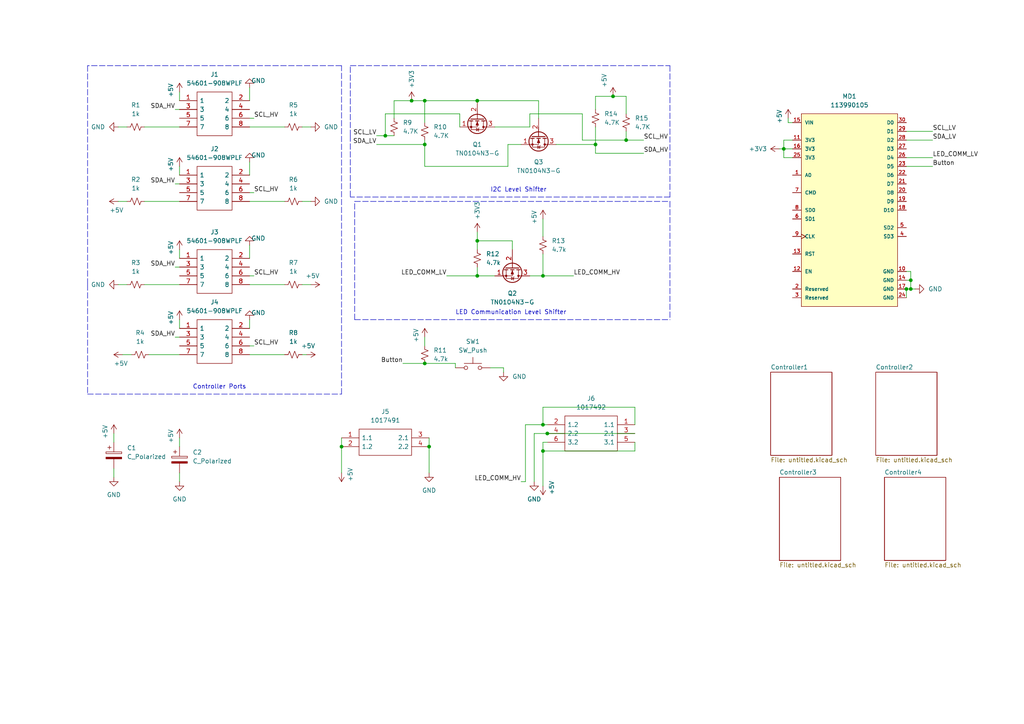
<source format=kicad_sch>
(kicad_sch (version 20211123) (generator eeschema)
  (paper "A4")
  (lib_symbols
    (symbol "1017491:1017491" (pin_names (offset 0.762))
      (property "Reference" "J" (at 21.59 7.62 0))
      (property "Value" "1017491" (at 21.59 5.08 0))
      (symbol "1017491_0_0"
        (pin passive line (at 0 0 0) (length 5.08) (name "1.1") (number "1"))
        (pin passive line (at 0 -2.54 0) (length 5.08) (name "1.2") (number "2"))
        (pin passive line (at 25.4 0 180) (length 5.08) (name "2.1") (number "3"))
        (pin passive line (at 25.4 -2.54 180) (length 5.08) (name "2.2") (number "4"))
      )
      (symbol "1017491_0_1"
        (polyline (pts (xy 5.08 2.54) (xy 20.32 2.54) (xy 20.32 -5.08) (xy 5.08 -5.08) (xy 5.08 2.54)) (stroke (width 0.1524)))
      )
    )
    (symbol "1017492:1017492" (pin_names (offset 0.762))
      (property "Reference" "J" (at 21.59 7.62 0))
      (property "Value" "1017492" (at 21.59 5.08 0))
      (symbol "1017492_0_0"
        (pin passive line (at 25.4 0 180) (length 5.08) (name "1.1") (number "1"))
        (pin passive line (at 0 0 0) (length 5.08) (name "1.2") (number "2"))
        (pin passive line (at 25.4 -2.54 180) (length 5.08) (name "2.1") (number "3"))
        (pin passive line (at 0 -2.54 0) (length 5.08) (name "2.2") (number "4"))
        (pin passive line (at 25.4 -5.08 180) (length 5.08) (name "3.1") (number "5"))
        (pin passive line (at 0 -5.08 0) (length 5.08) (name "3.2") (number "6"))
      )
      (symbol "1017492_0_1"
        (polyline (pts (xy 5.08 2.54) (xy 20.32 2.54) (xy 20.32 -7.62) (xy 5.08 -7.62) (xy 5.08 2.54)) (stroke (width 0.1524)))
      )
    )
    (symbol "54601-908WPLF:54601-908WPLF" (pin_names (offset 0.762))
      (property "Reference" "J" (at 16.51 7.62 0))
      (property "Value" "54601-908WPLF" (at 16.51 5.08 0))
      (symbol "54601-908WPLF_0_0"
        (pin passive line (at 0 0 0) (length 5.08) (name "1") (number "1"))
        (pin passive line (at 20.32 0 180) (length 5.08) (name "2") (number "2"))
        (pin passive line (at 0 -2.54 0) (length 5.08) (name "3") (number "3"))
        (pin passive line (at 20.32 -2.54 180) (length 5.08) (name "4") (number "4"))
        (pin passive line (at 0 -5.08 0) (length 5.08) (name "5") (number "5"))
        (pin passive line (at 20.32 -5.08 180) (length 5.08) (name "6") (number "6"))
        (pin passive line (at 0 -7.62 0) (length 5.08) (name "7") (number "7"))
        (pin passive line (at 20.32 -7.62 180) (length 5.08) (name "8") (number "8"))
      )
      (symbol "54601-908WPLF_0_1"
        (polyline (pts (xy 5.08 2.54) (xy 15.24 2.54) (xy 15.24 -10.16) (xy 5.08 -10.16) (xy 5.08 2.54)) (stroke (width 0.1524)))
      )
    )
    (symbol "Device:C_Polarized" (pin_numbers hide) (pin_names (offset 0.254))
      (property "Reference" "C" (at 0.635 2.54 0))
      (property "Value" "C_Polarized" (at 0.635 -2.54 0))
      (symbol "C_Polarized_0_1"
        (rectangle (start -2.286 0.508) (end 2.286 1.016))
        (polyline (pts (xy -1.778 2.286) (xy -0.762 2.286)))
        (polyline (pts (xy -1.27 2.794) (xy -1.27 1.778)))
        (rectangle (start 2.286 -0.508) (end -2.286 -1.016) (fill (type outline)))
      )
      (symbol "C_Polarized_1_1"
        (pin passive line (at 0 3.81 270) (length 2.794) (name "~") (number "1"))
        (pin passive line (at 0 -3.81 90) (length 2.794) (name "~") (number "2"))
      )
    )
    (symbol "Device:Q_NMOS_SGD" (pin_names (offset 0) hide)
      (property "Reference" "Q" (at 5.08 1.27 0))
      (property "Value" "Q_NMOS_SGD" (at 5.08 -1.27 0))
      (symbol "Q_NMOS_SGD_0_1"
        (polyline (pts (xy 0.254 0) (xy -2.54 0)))
        (polyline (pts (xy 0.254 1.905) (xy 0.254 -1.905)) (stroke (width 0.254)))
        (polyline (pts (xy 0.762 -1.27) (xy 0.762 -2.286)) (stroke (width 0.254)))
        (polyline (pts (xy 0.762 0.508) (xy 0.762 -0.508)) (stroke (width 0.254)))
        (polyline (pts (xy 0.762 2.286) (xy 0.762 1.27)) (stroke (width 0.254)))
        (polyline (pts (xy 2.54 2.54) (xy 2.54 1.778)))
        (polyline (pts (xy 2.54 -2.54) (xy 2.54 0) (xy 0.762 0)))
        (polyline (pts (xy 0.762 -1.778) (xy 3.302 -1.778) (xy 3.302 1.778) (xy 0.762 1.778)))
        (polyline (pts (xy 1.016 0) (xy 2.032 0.381) (xy 2.032 -0.381) (xy 1.016 0)) (fill (type outline)))
        (polyline (pts (xy 2.794 0.508) (xy 2.921 0.381) (xy 3.683 0.381) (xy 3.81 0.254)))
        (polyline (pts (xy 3.302 0.381) (xy 2.921 -0.254) (xy 3.683 -0.254) (xy 3.302 0.381)))
        (circle (center 1.651 0) (radius 2.794) (stroke (width 0.254)))
        (circle (center 2.54 -1.778) (radius 0.254) (fill (type outline)))
        (circle (center 2.54 1.778) (radius 0.254) (fill (type outline)))
      )
      (symbol "Q_NMOS_SGD_1_1"
        (pin passive line (at 2.54 -5.08 90) (length 2.54) (name "S") (number "1"))
        (pin input line (at -5.08 0 0) (length 5.08) (name "G") (number "2"))
        (pin passive line (at 2.54 5.08 270) (length 2.54) (name "D") (number "3"))
      )
    )
    (symbol "Device:R_Small_US" (pin_numbers hide) (pin_names (offset 0.254) hide)
      (property "Reference" "R" (at 0.762 0.508 0))
      (property "Value" "R_Small_US" (at 0.762 -1.016 0))
      (symbol "R_Small_US_1_1"
        (polyline (pts (xy 0 0) (xy 1.016 -0.381) (xy 0 -0.762) (xy -1.016 -1.143) (xy 0 -1.524)))
        (polyline (pts (xy 0 1.524) (xy 1.016 1.143) (xy 0 0.762) (xy -1.016 0.381) (xy 0 0)))
        (pin passive line (at 0 2.54 270) (length 1.016) (name "~") (number "1"))
        (pin passive line (at 0 -2.54 90) (length 1.016) (name "~") (number "2"))
      )
    )
    (symbol "NodeMCU:113990105" (pin_names (offset 1.016))
      (property "Reference" "MD" (at 0 5.08 0))
      (property "Value" "113990105" (at 0 7.62 0))
      (symbol "113990105_1_1"
        (rectangle (start 5.08 2.54) (end 33.02 -53.34) (fill (type background)))
        (pin input line (at 2.54 -15.24 0) (length 2.54) (name "A0") (number "1"))
        (pin power_in line (at 35.56 -43.18 180) (length 2.54) (name "GND") (number "10"))
        (pin power_in line (at 2.54 -5.08 0) (length 2.54) (name "3V3") (number "11"))
        (pin input line (at 2.54 -43.18 0) (length 2.54) (name "EN") (number "12"))
        (pin input line (at 2.54 -38.1 0) (length 2.54) (name "RST") (number "13"))
        (pin power_in line (at 35.56 -45.72 180) (length 2.54) (name "GND") (number "14"))
        (pin power_in line (at 2.54 0 0) (length 2.54) (name "VIN") (number "15"))
        (pin power_in line (at 2.54 -7.62 0) (length 2.54) (name "3V3") (number "16"))
        (pin power_in line (at 35.56 -48.26 180) (length 2.54) (name "GND") (number "17"))
        (pin bidirectional line (at 35.56 -25.4 180) (length 2.54) (name "D10") (number "18"))
        (pin bidirectional line (at 35.56 -22.86 180) (length 2.54) (name "D9") (number "19"))
        (pin passive line (at 2.54 -48.26 0) (length 2.54) (name "Reserved") (number "2"))
        (pin bidirectional line (at 35.56 -20.32 180) (length 2.54) (name "D8") (number "20"))
        (pin bidirectional line (at 35.56 -17.78 180) (length 2.54) (name "D7") (number "21"))
        (pin bidirectional line (at 35.56 -15.24 180) (length 2.54) (name "D6") (number "22"))
        (pin bidirectional line (at 35.56 -12.7 180) (length 2.54) (name "D5") (number "23"))
        (pin power_in line (at 35.56 -50.8 180) (length 2.54) (name "GND") (number "24"))
        (pin power_in line (at 2.54 -10.16 0) (length 2.54) (name "3V3") (number "25"))
        (pin bidirectional line (at 35.56 -10.16 180) (length 2.54) (name "D4") (number "26"))
        (pin bidirectional line (at 35.56 -7.62 180) (length 2.54) (name "D3") (number "27"))
        (pin bidirectional line (at 35.56 -5.08 180) (length 2.54) (name "D2") (number "28"))
        (pin bidirectional line (at 35.56 -2.54 180) (length 2.54) (name "D1") (number "29"))
        (pin passive line (at 2.54 -50.8 0) (length 2.54) (name "Reserved") (number "3"))
        (pin bidirectional line (at 35.56 0 180) (length 2.54) (name "D0") (number "30"))
        (pin bidirectional line (at 35.56 -33.02 180) (length 2.54) (name "SD3") (number "4"))
        (pin bidirectional line (at 35.56 -30.48 180) (length 2.54) (name "SD2") (number "5"))
        (pin bidirectional line (at 2.54 -27.94 0) (length 2.54) (name "SD1") (number "6"))
        (pin input line (at 2.54 -20.32 0) (length 2.54) (name "CMD") (number "7"))
        (pin bidirectional line (at 2.54 -25.4 0) (length 2.54) (name "SD0") (number "8"))
        (pin input clock (at 2.54 -33.02 0) (length 2.54) (name "CLK") (number "9"))
      )
    )
    (symbol "Switch:SW_Push" (pin_numbers hide) (pin_names (offset 1.016) hide)
      (property "Reference" "SW" (at 1.27 2.54 0))
      (property "Value" "SW_Push" (at 0 -1.524 0))
      (symbol "SW_Push_0_1"
        (circle (center -2.032 0) (radius 0.508))
        (polyline (pts (xy 0 1.27) (xy 0 3.048)))
        (polyline (pts (xy 2.54 1.27) (xy -2.54 1.27)))
        (circle (center 2.032 0) (radius 0.508))
        (pin passive line (at -5.08 0 0) (length 2.54) (name "1") (number "1"))
        (pin passive line (at 5.08 0 180) (length 2.54) (name "2") (number "2"))
      )
    )
    (symbol "power:+3V3" (power) (pin_names (offset 0))
      (property "Value" "+3V3" (at 0 3.556 0))
      (symbol "+3V3_0_1"
        (polyline (pts (xy -0.762 1.27) (xy 0 2.54)))
        (polyline (pts (xy 0 0) (xy 0 2.54)))
        (polyline (pts (xy 0 2.54) (xy 0.762 1.27)))
      )
      (symbol "+3V3_1_1"
        (pin power_in line (at 0 0 90) (length 0) hide (name "+3V3") (number "1"))
      )
    )
    (symbol "power:+5V" (power) (pin_names (offset 0))
      (property "Value" "+5V" (at 0 3.556 0))
      (symbol "+5V_0_1"
        (polyline (pts (xy -0.762 1.27) (xy 0 2.54)))
        (polyline (pts (xy 0 0) (xy 0 2.54)))
        (polyline (pts (xy 0 2.54) (xy 0.762 1.27)))
      )
      (symbol "+5V_1_1"
        (pin power_in line (at 0 0 90) (length 0) hide (name "+5V") (number "1"))
      )
    )
    (symbol "power:GND" (power) (pin_names (offset 0))
      (property "Value" "GND" (at 0 -3.81 0))
      (symbol "GND_0_1"
        (polyline (pts (xy 0 0) (xy 0 -1.27) (xy 1.27 -1.27) (xy 0 -2.54) (xy -1.27 -1.27) (xy 0 -1.27)))
      )
      (symbol "GND_1_1"
        (pin power_in line (at 0 0 270) (length 0) hide (name "GND") (number "1"))
      )
    )
  )
  (junction (at 99.06 129.54))
  (junction (at 157.48 80.01))
  (junction (at 181.61 40.64))
  (junction (at 262.89 83.82))
  (junction (at 157.48 130.81))
  (junction (at 138.43 69.85))
  (junction (at 124.46 129.54))
  (junction (at 227.33 43.18))
  (junction (at 123.19 29.21))
  (junction (at 138.43 80.01))
  (junction (at 123.19 41.91))
  (junction (at 138.43 29.21))
  (junction (at 123.19 105.41))
  (junction (at 119.38 29.21))
  (junction (at 157.48 123.19))
  (junction (at 172.72 41.91))
  (junction (at 264.16 81.28))
  (junction (at 111.76 39.37))
  (junction (at 158.75 125.73))
  (junction (at 177.8 27.94))
  (junction (at 264.16 83.82))
  (wire (pts (xy 262.89 78.74) (xy 264.16 78.74)))
  (wire (pts (xy 228.6 35.56) (xy 229.87 35.56)))
  (wire (pts (xy 123.19 105.41) (xy 132.08 105.41)))
  (wire (pts (xy 87.63 82.55) (xy 90.17 82.55)))
  (wire (pts (xy 157.48 130.81) (xy 157.48 140.97)))
  (wire (pts (xy 72.39 92.71) (xy 72.39 95.25)))
  (wire (pts (xy 158.75 128.27) (xy 157.48 128.27)))
  (wire (pts (xy 184.15 118.11) (xy 157.48 118.11)))
  (polyline (pts (xy 194.31 19.05) (xy 194.31 57.15)))
  (wire (pts (xy 111.76 33.02) (xy 111.76 39.37)))
  (wire (pts (xy 41.91 58.42) (xy 52.07 58.42)))
  (wire (pts (xy 229.87 45.72) (xy 227.33 45.72)))
  (wire (pts (xy 50.8 77.47) (xy 52.07 77.47)))
  (wire (pts (xy 35.56 102.87) (xy 38.1 102.87)))
  (wire (pts (xy 52.07 72.39) (xy 52.07 74.93)))
  (wire (pts (xy 157.48 63.5) (xy 157.48 68.58)))
  (wire (pts (xy 262.89 81.28) (xy 264.16 81.28)))
  (wire (pts (xy 172.72 36.83) (xy 172.72 41.91)))
  (polyline (pts (xy 194.31 57.15) (xy 101.6 57.15)))
  (wire (pts (xy 34.29 58.42) (xy 36.83 58.42)))
  (polyline (pts (xy 101.6 39.37) (xy 101.6 57.15)))
  (wire (pts (xy 172.72 27.94) (xy 177.8 27.94)))
  (wire (pts (xy 227.33 40.64) (xy 227.33 43.18)))
  (wire (pts (xy 33.02 135.89) (xy 33.02 138.43)))
  (wire (pts (xy 119.38 29.21) (xy 114.3 29.21)))
  (wire (pts (xy 154.94 125.73) (xy 154.94 139.7)))
  (wire (pts (xy 172.72 31.75) (xy 172.72 27.94)))
  (wire (pts (xy 41.91 82.55) (xy 52.07 82.55)))
  (wire (pts (xy 228.6 34.29) (xy 228.6 35.56)))
  (polyline (pts (xy 25.4 114.3) (xy 99.06 114.3)))
  (wire (pts (xy 123.19 35.56) (xy 123.19 29.21)))
  (wire (pts (xy 124.46 137.16) (xy 124.46 129.54)))
  (wire (pts (xy 157.48 73.66) (xy 157.48 80.01)))
  (wire (pts (xy 184.15 130.81) (xy 157.48 130.81)))
  (wire (pts (xy 133.35 33.02) (xy 133.35 36.83)))
  (wire (pts (xy 143.51 36.83) (xy 153.67 36.83)))
  (wire (pts (xy 52.07 48.26) (xy 52.07 50.8)))
  (polyline (pts (xy 101.6 19.05) (xy 194.31 19.05)))
  (wire (pts (xy 262.89 48.26) (xy 270.51 48.26)))
  (wire (pts (xy 157.48 80.01) (xy 166.37 80.01)))
  (wire (pts (xy 72.39 58.42) (xy 82.55 58.42)))
  (wire (pts (xy 123.19 97.79) (xy 123.19 100.33)))
  (wire (pts (xy 52.07 92.71) (xy 52.07 95.25)))
  (wire (pts (xy 151.13 139.7) (xy 152.4 139.7)))
  (wire (pts (xy 262.89 83.82) (xy 264.16 83.82)))
  (wire (pts (xy 99.06 137.16) (xy 99.06 129.54)))
  (wire (pts (xy 181.61 33.02) (xy 181.61 27.94)))
  (wire (pts (xy 157.48 80.01) (xy 153.67 80.01)))
  (wire (pts (xy 157.48 128.27) (xy 157.48 130.81)))
  (wire (pts (xy 148.59 69.85) (xy 138.43 69.85)))
  (wire (pts (xy 50.8 31.75) (xy 52.07 31.75)))
  (wire (pts (xy 264.16 78.74) (xy 264.16 81.28)))
  (wire (pts (xy 147.32 48.26) (xy 123.19 48.26)))
  (wire (pts (xy 33.02 125.73) (xy 33.02 128.27)))
  (wire (pts (xy 72.39 80.01) (xy 73.66 80.01)))
  (wire (pts (xy 172.72 41.91) (xy 172.72 44.45)))
  (wire (pts (xy 181.61 40.64) (xy 186.69 40.64)))
  (wire (pts (xy 109.22 39.37) (xy 111.76 39.37)))
  (wire (pts (xy 52.07 137.16) (xy 52.07 139.7)))
  (wire (pts (xy 262.89 83.82) (xy 262.89 86.36)))
  (wire (pts (xy 132.08 105.41) (xy 132.08 106.68)))
  (wire (pts (xy 133.35 33.02) (xy 111.76 33.02)))
  (wire (pts (xy 147.32 41.91) (xy 147.32 48.26)))
  (wire (pts (xy 161.29 41.91) (xy 172.72 41.91)))
  (wire (pts (xy 87.63 36.83) (xy 90.17 36.83)))
  (wire (pts (xy 181.61 38.1) (xy 181.61 40.64)))
  (wire (pts (xy 157.48 123.19) (xy 152.4 123.19)))
  (polyline (pts (xy 101.6 39.37) (xy 101.6 19.05)))
  (wire (pts (xy 158.75 125.73) (xy 184.15 125.73)))
  (wire (pts (xy 123.19 29.21) (xy 138.43 29.21)))
  (wire (pts (xy 72.39 34.29) (xy 73.66 34.29)))
  (wire (pts (xy 227.33 43.18) (xy 229.87 43.18)))
  (polyline (pts (xy 102.87 92.71) (xy 102.87 58.42)))
  (wire (pts (xy 142.24 106.68) (xy 146.05 106.68)))
  (wire (pts (xy 138.43 69.85) (xy 138.43 72.39)))
  (wire (pts (xy 72.39 25.4) (xy 72.39 29.21)))
  (wire (pts (xy 72.39 71.12) (xy 72.39 74.93)))
  (wire (pts (xy 72.39 82.55) (xy 82.55 82.55)))
  (polyline (pts (xy 25.4 82.55) (xy 25.4 114.3)))
  (wire (pts (xy 72.39 36.83) (xy 82.55 36.83)))
  (wire (pts (xy 72.39 55.88) (xy 73.66 55.88)))
  (wire (pts (xy 52.07 127) (xy 52.07 129.54)))
  (wire (pts (xy 264.16 83.82) (xy 265.43 83.82)))
  (wire (pts (xy 226.06 43.18) (xy 227.33 43.18)))
  (polyline (pts (xy 194.31 58.42) (xy 194.31 92.71)))
  (wire (pts (xy 262.89 38.1) (xy 270.51 38.1)))
  (wire (pts (xy 72.39 100.33) (xy 73.66 100.33)))
  (wire (pts (xy 146.05 106.68) (xy 146.05 107.95)))
  (wire (pts (xy 123.19 29.21) (xy 119.38 29.21)))
  (polyline (pts (xy 25.4 19.05) (xy 25.4 82.55)))
  (wire (pts (xy 153.67 36.83) (xy 153.67 33.02)))
  (wire (pts (xy 50.8 97.79) (xy 52.07 97.79)))
  (wire (pts (xy 168.91 33.02) (xy 168.91 40.64)))
  (wire (pts (xy 148.59 72.39) (xy 148.59 69.85)))
  (wire (pts (xy 262.89 40.64) (xy 270.51 40.64)))
  (wire (pts (xy 50.8 53.34) (xy 52.07 53.34)))
  (wire (pts (xy 138.43 77.47) (xy 138.43 80.01)))
  (wire (pts (xy 172.72 44.45) (xy 186.69 44.45)))
  (wire (pts (xy 157.48 118.11) (xy 157.48 123.19)))
  (wire (pts (xy 151.13 41.91) (xy 147.32 41.91)))
  (wire (pts (xy 123.19 41.91) (xy 123.19 40.64)))
  (wire (pts (xy 156.21 29.21) (xy 138.43 29.21)))
  (polyline (pts (xy 102.87 58.42) (xy 194.31 58.42)))
  (wire (pts (xy 87.63 102.87) (xy 88.9 102.87)))
  (wire (pts (xy 158.75 123.19) (xy 157.48 123.19)))
  (wire (pts (xy 114.3 29.21) (xy 114.3 34.29)))
  (wire (pts (xy 154.94 125.73) (xy 158.75 125.73)))
  (wire (pts (xy 229.87 40.64) (xy 227.33 40.64)))
  (wire (pts (xy 184.15 128.27) (xy 184.15 130.81)))
  (wire (pts (xy 262.89 45.72) (xy 270.51 45.72)))
  (wire (pts (xy 41.91 36.83) (xy 52.07 36.83)))
  (wire (pts (xy 123.19 48.26) (xy 123.19 41.91)))
  (wire (pts (xy 264.16 81.28) (xy 264.16 83.82)))
  (polyline (pts (xy 99.06 114.3) (xy 99.06 19.05)))
  (wire (pts (xy 156.21 34.29) (xy 156.21 29.21)))
  (polyline (pts (xy 99.06 19.05) (xy 25.4 19.05)))
  (wire (pts (xy 129.54 80.01) (xy 138.43 80.01)))
  (wire (pts (xy 34.29 36.83) (xy 36.83 36.83)))
  (wire (pts (xy 227.33 45.72) (xy 227.33 43.18)))
  (wire (pts (xy 153.67 33.02) (xy 168.91 33.02)))
  (wire (pts (xy 52.07 26.67) (xy 52.07 29.21)))
  (wire (pts (xy 87.63 58.42) (xy 90.17 58.42)))
  (wire (pts (xy 138.43 67.31) (xy 138.43 69.85)))
  (wire (pts (xy 99.06 127) (xy 99.06 129.54)))
  (wire (pts (xy 184.15 123.19) (xy 184.15 118.11)))
  (wire (pts (xy 43.18 102.87) (xy 52.07 102.87)))
  (wire (pts (xy 152.4 123.19) (xy 152.4 139.7)))
  (wire (pts (xy 72.39 46.99) (xy 72.39 50.8)))
  (wire (pts (xy 181.61 27.94) (xy 177.8 27.94)))
  (wire (pts (xy 138.43 80.01) (xy 143.51 80.01)))
  (wire (pts (xy 116.84 105.41) (xy 123.19 105.41)))
  (wire (pts (xy 109.22 41.91) (xy 123.19 41.91)))
  (polyline (pts (xy 102.87 92.71) (xy 194.31 92.71)))
  (wire (pts (xy 111.76 39.37) (xy 114.3 39.37)))
  (wire (pts (xy 168.91 40.64) (xy 181.61 40.64)))
  (wire (pts (xy 34.29 82.55) (xy 36.83 82.55)))
  (wire (pts (xy 124.46 127) (xy 124.46 129.54)))
  (wire (pts (xy 72.39 102.87) (xy 82.55 102.87)))
  (text "Controller Ports" (at 55.88 113.03 0) (effects (font (size 1.27 1.27)) (justify left bottom)))
  (text "LED Communication Level Shifter" (at 132.08 91.44 0) (effects (font (size 1.27 1.27)) (justify left bottom)))
  (text "I2C Level Shifter" (at 142.24 55.88 0) (effects (font (size 1.27 1.27)) (justify left bottom)))
  (label "SCL_HV" (at 73.66 100.33 0))
  (label "SCL_HV" (at 73.66 80.01 0))
  (label "SDA_HV" (at 50.8 77.47 180))
  (label "SDA_LV" (at 270.51 40.64 0))
  (label "SDA_LV" (at 109.22 41.91 180))
  (label "LED_COMM_HV" (at 166.37 80.01 0))
  (label "SCL_LV" (at 109.22 39.37 180))
  (label "SDA_HV" (at 186.69 44.45 0))
  (label "Button" (at 270.51 48.26 0))
  (label "SCL_HV" (at 73.66 34.29 0))
  (label "LED_COMM_LV" (at 270.51 45.72 0))
  (label "LED_COMM_LV" (at 129.54 80.01 180))
  (label "SCL_LV" (at 270.51 38.1 0))
  (label "LED_COMM_HV" (at 151.13 139.7 180))
  (label "SDA_HV" (at 50.8 53.34 180))
  (label "SDA_HV" (at 50.8 31.75 180))
  (label "Button" (at 116.84 105.41 180))
  (label "SCL_HV" (at 73.66 55.88 0))
  (label "SCL_HV" (at 186.69 40.64 0))
  (label "SDA_HV" (at 50.8 97.79 180))
  (symbol (lib_id "Device:R_Small_US") (at 85.09 36.83 90) (unit 1)
    (property "Reference" "R5" (at 85.09 30.48 90))
    (property "Value" "1k" (at 85.09 33.02 90))
    (property "Footprint" "Resistor_THT:R_Axial_DIN0204_L3.6mm_D1.6mm_P7.62mm_Horizontal" (effects hide))
  )
  (symbol (lib_id "Device:R_Small_US") (at 85.09 58.42 90) (unit 1)
    (property "Reference" "R6" (at 85.09 52.07 90))
    (property "Value" "1k" (at 85.09 54.61 90))
    (property "Footprint" "Resistor_THT:R_Axial_DIN0204_L3.6mm_D1.6mm_P7.62mm_Horizontal" (effects hide))
  )
  (symbol (lib_id "Device:R_Small_US") (at 85.09 102.87 90) (unit 1)
    (property "Reference" "R8" (at 85.09 96.52 90))
    (property "Value" "1k" (at 85.09 99.06 90))
    (property "Footprint" "Resistor_THT:R_Axial_DIN0204_L3.6mm_D1.6mm_P7.62mm_Horizontal" (effects hide))
  )
  (symbol (lib_id "54601-908WPLF:54601-908WPLF") (at 52.07 74.93 0) (unit 1)
    (property "Reference" "J3" (at 62.23 67.31 0))
    (property "Value" "54601-908WPLF" (at 62.23 69.85 0))
    (property "Footprint" "KiCad:54601908WPLF" (effects hide))
    (property "Datasheet" "https://www.amphenol-icc.com/media/wysiwyg/files/drawing/c-bmj-0051.pdf" (effects hide))
    (property "Description" "Modular Connectors / Ethernet Connectors 8P8C CAT 3 MOD JACK HORIZ. 1 PORT" (effects hide))
    (property "Height" "11.6" (effects hide))
    (property "Manufacturer_Name" "Amphenol" (effects hide))
    (property "Manufacturer_Part_Number" "54601-908WPLF" (effects hide))
    (property "Mouser Part Number" "649-54601-908WPLF" (effects hide))
    (property "Mouser Price/Stock" "https://www.mouser.co.uk/ProductDetail/Amphenol-FCI/54601-908WPLF?qs=qTvDKjXWcTdyclvY7Dw5%2FA%3D%3D" (effects hide))
    (property "Arrow Part Number" "54601-908WPLF" (effects hide))
    (property "Arrow Price/Stock" "https://www.arrow.com/en/products/54601-908wplf/amphenol-fci?region=nac" (effects hide))
  )
  (symbol (lib_id "power:GND") (at 265.43 83.82 90) (unit 1)
    (property "Reference" "#PWR028" (effects hide))
    (property "Value" "GND" (at 269.24 83.8199 90) (effects (justify right)))
  )
  (symbol (lib_id "Device:Q_NMOS_SGD") (at 156.21 39.37 270) (unit 1)
    (property "Reference" "Q3" (at 156.21 46.99 90))
    (property "Value" "TN0104N3-G" (at 156.21 49.53 90))
    (property "Footprint" "Package_TO_SOT_THT:TO-92_Inline" (effects hide))
  )
  (symbol (lib_id "Device:R_Small_US") (at 40.64 102.87 90) (unit 1)
    (property "Reference" "R4" (at 40.64 96.52 90))
    (property "Value" "1k" (at 40.64 99.06 90))
    (property "Footprint" "Resistor_THT:R_Axial_DIN0204_L3.6mm_D1.6mm_P7.62mm_Horizontal" (effects hide))
  )
  (symbol (lib_id "Device:R_Small_US") (at 138.43 74.93 180) (unit 1)
    (property "Reference" "R12" (at 140.97 73.6599 0) (effects (justify right)))
    (property "Value" "4.7k" (at 140.97 76.1999 0) (effects (justify right)))
    (property "Footprint" "Resistor_THT:R_Axial_DIN0204_L3.6mm_D1.6mm_P7.62mm_Horizontal" (effects hide))
  )
  (symbol (lib_id "power:GND") (at 72.39 25.4 180) (unit 1)
    (property "Reference" "#PWR09" (effects hide))
    (property "Value" "GND" (at 74.93 24.1299 0) (effects (justify top)))
  )
  (symbol (lib_id "power:GND") (at 72.39 71.12 180) (unit 1)
    (property "Reference" "#PWR011" (effects hide))
    (property "Value" "GND" (at 74.93 69.8499 0) (effects (justify top)))
  )
  (symbol (lib_id "Device:R_Small_US") (at 114.3 36.83 0) (unit 1)
    (property "Reference" "R9" (at 116.84 35.5599 0) (effects (justify left)))
    (property "Value" "4.7K" (at 116.84 38.0999 0) (effects (justify left)))
    (property "Footprint" "Resistor_THT:R_Axial_DIN0204_L3.6mm_D1.6mm_P7.62mm_Horizontal" (effects hide))
  )
  (symbol (lib_id "power:+3V3") (at 138.43 67.31 0) (unit 1)
    (property "Reference" "#PWR021" (effects hide))
    (property "Value" "+3V3" (at 138.43 58.42 90) (effects (justify right)))
  )
  (symbol (lib_id "54601-908WPLF:54601-908WPLF") (at 52.07 50.8 0) (unit 1)
    (property "Reference" "J2" (at 62.23 43.18 0))
    (property "Value" "54601-908WPLF" (at 62.23 45.72 0))
    (property "Footprint" "KiCad:54601908WPLF" (effects hide))
    (property "Datasheet" "https://www.amphenol-icc.com/media/wysiwyg/files/drawing/c-bmj-0051.pdf" (effects hide))
    (property "Description" "Modular Connectors / Ethernet Connectors 8P8C CAT 3 MOD JACK HORIZ. 1 PORT" (effects hide))
    (property "Height" "11.6" (effects hide))
    (property "Manufacturer_Name" "Amphenol" (effects hide))
    (property "Manufacturer_Part_Number" "54601-908WPLF" (effects hide))
    (property "Mouser Part Number" "649-54601-908WPLF" (effects hide))
    (property "Mouser Price/Stock" "https://www.mouser.co.uk/ProductDetail/Amphenol-FCI/54601-908WPLF?qs=qTvDKjXWcTdyclvY7Dw5%2FA%3D%3D" (effects hide))
    (property "Arrow Part Number" "54601-908WPLF" (effects hide))
    (property "Arrow Price/Stock" "https://www.arrow.com/en/products/54601-908wplf/amphenol-fci?region=nac" (effects hide))
  )
  (symbol (lib_id "power:+5V") (at 52.07 48.26 0) (unit 1)
    (property "Reference" "#PWR06" (effects hide))
    (property "Value" "+5V" (at 49.53 45.72 90) (effects (justify right)))
  )
  (symbol (lib_id "power:+5V") (at 90.17 82.55 270) (unit 1)
    (property "Reference" "#PWR016" (effects hide))
    (property "Value" "+5V" (at 92.71 80.01 90) (effects (justify right)))
  )
  (symbol (lib_id "power:+3V3") (at 119.38 29.21 0) (unit 1)
    (property "Reference" "#PWR019" (effects hide))
    (property "Value" "+3V3" (at 119.38 20.32 90) (effects (justify right)))
  )
  (symbol (lib_id "power:GND") (at 34.29 36.83 270) (unit 1)
    (property "Reference" "#PWR01" (effects hide))
    (property "Value" "GND" (at 30.48 36.8299 90) (effects (justify right)))
  )
  (symbol (lib_id "1017491:1017491") (at 99.06 127 0) (unit 1)
    (property "Reference" "J5" (at 111.76 119.38 0))
    (property "Value" "1017491" (at 111.76 121.92 0))
    (property "Footprint" "1017491:1017491" (effects hide))
    (property "Datasheet" "http://www.phoenixcontact.com/de/produkte/1017491/pdf" (effects hide))
    (property "Description" "PCB terminal block, nominal current: 24 A, rated voltage (III/2): 400 V, nominal cross section: 2.5 mm?, Number of potentials: 2, Number of rows: 1, Number of positions per row: 2, product range: TDPT 2,5/..-SC, pitch: 5.08 mm, connection method: Screw connection with tension sleeve, mounting: Wave soldering, conductor/PCB connection direction: 0 ?, color: green, Pin layout: Linear double pinning, Solder pin [P]: 3.5 mm, type of packaging: packed in cardboard" (effects hide))
    (property "Height" "19.2" (effects hide))
    (property "Manufacturer_Name" "Phoenix Contact" (effects hide))
    (property "Manufacturer_Part_Number" "1017491" (effects hide))
    (property "Mouser Part Number" "651-1017491" (effects hide))
    (property "Mouser Price/Stock" "https://www.mouser.co.uk/ProductDetail/Phoenix-Contact/1017491?qs=F5EMLAvA7IAChddKvolITg%3D%3D" (effects hide))
    (property "Arrow Part Number" "1017491" (effects hide))
    (property "Arrow Price/Stock" "https://www.arrow.com/en/products/1017491/phoenix-contact" (effects hide))
  )
  (symbol (lib_id "power:+5V") (at 33.02 125.73 0) (unit 1)
    (property "Reference" "#PWR077" (effects hide))
    (property "Value" "+5V" (at 30.48 123.19 90) (effects (justify right)))
  )
  (symbol (lib_id "power:GND") (at 90.17 58.42 90) (unit 1)
    (property "Reference" "#PWR015" (effects hide))
    (property "Value" "GND" (at 93.98 58.4199 90) (effects (justify right)))
  )
  (symbol (lib_id "power:+5V") (at 157.48 140.97 180) (unit 1)
    (property "Reference" "#PWR025" (effects hide))
    (property "Value" "+5V" (at 160.02 143.51 90) (effects (justify right)))
  )
  (symbol (lib_id "power:+5V") (at 35.56 102.87 90) (unit 1)
    (property "Reference" "#PWR04" (effects hide))
    (property "Value" "+5V" (at 33.02 105.41 90) (effects (justify right)))
  )
  (symbol (lib_id "power:GND") (at 72.39 46.99 180) (unit 1)
    (property "Reference" "#PWR010" (effects hide))
    (property "Value" "GND" (at 74.93 45.7199 0) (effects (justify top)))
  )
  (symbol (lib_id "Device:C_Polarized") (at 33.02 132.08 0) (unit 1)
    (property "Reference" "C1" (at 36.83 129.9209 0) (effects (justify left)))
    (property "Value" "C_Polarized" (at 36.83 132.4609 0) (effects (justify left)))
    (property "Footprint" "Capacitor_THT:CP_Radial_D6.3mm_P2.50mm" (effects hide))
  )
  (symbol (lib_id "power:GND") (at 146.05 107.95 0) (unit 1)
    (property "Reference" "#PWR022" (effects hide))
    (property "Value" "GND" (at 148.59 109.2199 0) (effects (justify left)))
  )
  (symbol (lib_id "power:GND") (at 154.94 139.7 0) (unit 1)
    (property "Reference" "#PWR023" (effects hide))
    (property "Value" "GND" (at 154.94 144.78 0))
  )
  (symbol (lib_id "power:+5V") (at 52.07 72.39 0) (unit 1)
    (property "Reference" "#PWR07" (effects hide))
    (property "Value" "+5V" (at 49.53 69.85 90) (effects (justify right)))
  )
  (symbol (lib_id "Device:R_Small_US") (at 157.48 71.12 180) (unit 1)
    (property "Reference" "R13" (at 160.02 69.8499 0) (effects (justify right)))
    (property "Value" "4.7k" (at 160.02 72.3899 0) (effects (justify right)))
    (property "Footprint" "Resistor_THT:R_Axial_DIN0204_L3.6mm_D1.6mm_P7.62mm_Horizontal" (effects hide))
  )
  (symbol (lib_id "power:+5V") (at 157.48 63.5 0) (unit 1)
    (property "Reference" "#PWR024" (effects hide))
    (property "Value" "+5V" (at 154.94 60.96 90) (effects (justify right)))
  )
  (symbol (lib_id "power:+5V") (at 228.6 34.29 0) (unit 1)
    (property "Reference" "#PWR0101" (effects hide))
    (property "Value" "+5V" (at 226.06 31.75 90) (effects (justify right)))
  )
  (symbol (lib_id "power:GND") (at 52.07 139.7 0) (unit 1)
    (property "Reference" "#PWR080" (effects hide))
    (property "Value" "GND" (at 52.07 144.78 0))
  )
  (symbol (lib_id "Device:R_Small_US") (at 181.61 35.56 0) (unit 1)
    (property "Reference" "R15" (at 184.15 34.2899 0) (effects (justify left)))
    (property "Value" "4.7K" (at 184.15 36.8299 0) (effects (justify left)))
    (property "Footprint" "Resistor_THT:R_Axial_DIN0204_L3.6mm_D1.6mm_P7.62mm_Horizontal" (effects hide))
  )
  (symbol (lib_id "Device:R_Small_US") (at 123.19 102.87 180) (unit 1)
    (property "Reference" "R11" (at 125.73 101.5999 0) (effects (justify right)))
    (property "Value" "4.7k" (at 125.73 104.1399 0) (effects (justify right)))
    (property "Footprint" "Resistor_THT:R_Axial_DIN0204_L3.6mm_D1.6mm_P7.62mm_Horizontal" (effects hide))
  )
  (symbol (lib_id "Device:R_Small_US") (at 39.37 36.83 90) (unit 1)
    (property "Reference" "R1" (at 39.37 30.48 90))
    (property "Value" "1k" (at 39.37 33.02 90))
    (property "Footprint" "Resistor_THT:R_Axial_DIN0204_L3.6mm_D1.6mm_P7.62mm_Horizontal" (effects hide))
  )
  (symbol (lib_id "54601-908WPLF:54601-908WPLF") (at 52.07 95.25 0) (unit 1)
    (property "Reference" "J4" (at 62.23 87.63 0))
    (property "Value" "54601-908WPLF" (at 62.23 90.17 0))
    (property "Footprint" "KiCad:54601908WPLF" (effects hide))
    (property "Datasheet" "https://www.amphenol-icc.com/media/wysiwyg/files/drawing/c-bmj-0051.pdf" (effects hide))
    (property "Description" "Modular Connectors / Ethernet Connectors 8P8C CAT 3 MOD JACK HORIZ. 1 PORT" (effects hide))
    (property "Height" "11.6" (effects hide))
    (property "Manufacturer_Name" "Amphenol" (effects hide))
    (property "Manufacturer_Part_Number" "54601-908WPLF" (effects hide))
    (property "Mouser Part Number" "649-54601-908WPLF" (effects hide))
    (property "Mouser Price/Stock" "https://www.mouser.co.uk/ProductDetail/Amphenol-FCI/54601-908WPLF?qs=qTvDKjXWcTdyclvY7Dw5%2FA%3D%3D" (effects hide))
    (property "Arrow Part Number" "54601-908WPLF" (effects hide))
    (property "Arrow Price/Stock" "https://www.arrow.com/en/products/54601-908wplf/amphenol-fci?region=nac" (effects hide))
  )
  (symbol (lib_id "Device:C_Polarized") (at 52.07 133.35 0) (unit 1)
    (property "Reference" "C2" (at 55.88 131.1909 0) (effects (justify left)))
    (property "Value" "C_Polarized" (at 55.88 133.7309 0) (effects (justify left)))
    (property "Footprint" "Capacitor_THT:CP_Radial_D6.3mm_P2.50mm" (effects hide))
  )
  (symbol (lib_id "Switch:SW_Push") (at 137.16 106.68 0) (unit 1)
    (property "Reference" "SW1" (at 137.16 99.06 0))
    (property "Value" "SW_Push" (at 137.16 101.6 0))
    (property "Footprint" "Button_Switch_THT:SW_PUSH_6mm" (effects hide))
  )
  (symbol (lib_id "Device:Q_NMOS_SGD") (at 138.43 34.29 270) (unit 1)
    (property "Reference" "Q1" (at 138.43 41.91 90))
    (property "Value" "TN0104N3-G" (at 138.43 44.45 90))
    (property "Footprint" "Package_TO_SOT_THT:TO-92_Inline" (effects hide))
  )
  (symbol (lib_id "power:+5V") (at 52.07 26.67 0) (unit 1)
    (property "Reference" "#PWR05" (effects hide))
    (property "Value" "+5V" (at 49.53 24.13 90) (effects (justify right)))
  )
  (symbol (lib_id "Device:R_Small_US") (at 172.72 34.29 0) (unit 1)
    (property "Reference" "R14" (at 175.26 33.0199 0) (effects (justify left)))
    (property "Value" "4.7K" (at 175.26 35.5599 0) (effects (justify left)))
    (property "Footprint" "Resistor_THT:R_Axial_DIN0204_L3.6mm_D1.6mm_P7.62mm_Horizontal" (effects hide))
  )
  (symbol (lib_id "power:GND") (at 34.29 82.55 270) (unit 1)
    (property "Reference" "#PWR03" (effects hide))
    (property "Value" "GND" (at 30.48 82.5499 90) (effects (justify right)))
  )
  (symbol (lib_id "1017492:1017492") (at 158.75 123.19 0) (unit 1)
    (property "Reference" "J6" (at 171.45 115.57 0))
    (property "Value" "1017492" (at 171.45 118.11 0))
    (property "Footprint" "1017492:1017492" (effects hide))
    (property "Datasheet" "http://www.phoenixcontact.com/de/produkte/1017492/pdf" (effects hide))
    (property "Description" "PCB terminal block, nominal current: 24 A, rated voltage (III/2): 400 V, nominal cross section: 2.5 mm?, Number of potentials: 3, Number of rows: 1, Number of positions per row: 3, product range: TDPT 2,5/..-SC, pitch: 5.08 mm, connection method: Screw connection with tension sleeve, mounting: Wave soldering, conductor/PCB connection direction: 0 ?, color: green, Pin layout: Linear double pinning, Solder pin [P]: 3.5 mm, type of packaging: packed in cardboard" (effects hide))
    (property "Height" "19.2" (effects hide))
    (property "Manufacturer_Name" "Phoenix Contact" (effects hide))
    (property "Manufacturer_Part_Number" "1017492" (effects hide))
    (property "Mouser Part Number" "651-1017492" (effects hide))
    (property "Mouser Price/Stock" "https://www.mouser.co.uk/ProductDetail/Phoenix-Contact/1017492?qs=F5EMLAvA7ID9c4m34USmPg%3D%3D" (effects hide))
    (property "Arrow Part Number" "1017492" (effects hide))
    (property "Arrow Price/Stock" "https://www.arrow.com/en/products/1017492/phoenix-contact" (effects hide))
  )
  (symbol (lib_id "power:GND") (at 124.46 137.16 0) (unit 1)
    (property "Reference" "#PWR017" (effects hide))
    (property "Value" "GND" (at 124.46 142.24 0))
  )
  (symbol (lib_id "power:+5V") (at 34.29 58.42 90) (unit 1)
    (property "Reference" "#PWR02" (effects hide))
    (property "Value" "+5V" (at 31.75 60.96 90) (effects (justify right)))
  )
  (symbol (lib_id "power:+5V") (at 177.8 27.94 0) (unit 1)
    (property "Reference" "#PWR026" (effects hide))
    (property "Value" "+5V" (at 175.26 25.4 90) (effects (justify left)))
  )
  (symbol (lib_id "Device:Q_NMOS_SGD") (at 148.59 77.47 270) (unit 1)
    (property "Reference" "Q2" (at 148.59 85.09 90))
    (property "Value" "TN0104N3-G" (at 148.59 87.63 90))
    (property "Footprint" "Package_TO_SOT_THT:TO-92_Inline" (effects hide))
  )
  (symbol (lib_id "power:+5V") (at 123.19 97.79 0) (unit 1)
    (property "Reference" "#PWR020" (effects hide))
    (property "Value" "+5V" (at 120.65 95.25 90) (effects (justify right)))
  )
  (symbol (lib_id "Device:R_Small_US") (at 85.09 82.55 90) (unit 1)
    (property "Reference" "R7" (at 85.09 76.2 90))
    (property "Value" "1k" (at 85.09 78.74 90))
    (property "Footprint" "Resistor_THT:R_Axial_DIN0204_L3.6mm_D1.6mm_P7.62mm_Horizontal" (effects hide))
  )
  (symbol (lib_id "power:+5V") (at 52.07 92.71 0) (unit 1)
    (property "Reference" "#PWR08" (effects hide))
    (property "Value" "+5V" (at 49.53 90.17 90) (effects (justify right)))
  )
  (symbol (lib_id "power:+5V") (at 52.07 127 0) (unit 1)
    (property "Reference" "#PWR079" (effects hide))
    (property "Value" "+5V" (at 49.53 124.46 90) (effects (justify right)))
  )
  (symbol (lib_id "power:+3V3") (at 226.06 43.18 90) (unit 1)
    (property "Reference" "#PWR027" (effects hide))
    (property "Value" "+3V3" (at 217.17 43.18 90) (effects (justify right)))
  )
  (symbol (lib_id "54601-908WPLF:54601-908WPLF") (at 52.07 29.21 0) (unit 1)
    (property "Reference" "J1" (at 62.23 21.59 0))
    (property "Value" "54601-908WPLF" (at 62.23 24.13 0))
    (property "Footprint" "KiCad:54601908WPLF" (effects hide))
    (property "Datasheet" "https://www.amphenol-icc.com/media/wysiwyg/files/drawing/c-bmj-0051.pdf" (effects hide))
    (property "Description" "Modular Connectors / Ethernet Connectors 8P8C CAT 3 MOD JACK HORIZ. 1 PORT" (effects hide))
    (property "Height" "11.6" (effects hide))
    (property "Manufacturer_Name" "Amphenol" (effects hide))
    (property "Manufacturer_Part_Number" "54601-908WPLF" (effects hide))
    (property "Mouser Part Number" "649-54601-908WPLF" (effects hide))
    (property "Mouser Price/Stock" "https://www.mouser.co.uk/ProductDetail/Amphenol-FCI/54601-908WPLF?qs=qTvDKjXWcTdyclvY7Dw5%2FA%3D%3D" (effects hide))
    (property "Arrow Part Number" "54601-908WPLF" (effects hide))
    (property "Arrow Price/Stock" "https://www.arrow.com/en/products/54601-908wplf/amphenol-fci?region=nac" (effects hide))
  )
  (symbol (lib_id "NodeMCU:113990105") (at 227.33 35.56 0) (unit 1)
    (property "Reference" "MD1" (at 246.38 27.94 0))
    (property "Value" "113990105" (at 246.38 30.48 0))
    (property "Footprint" "Node:Seeed_Studio-113990105-MFG" (effects hide))
    (property "Datasheet" "https://www.seeedstudio.com/NodeMCU-v2-Lua-based-ESP8266-development-kit.html" (effects hide))
    (property "PIN OUT" "https://github.com/nodemcu/nodemcu-devkit-v1.0/tree/7f1d98b175b0ca0c843ffd93ef7b14461564a1e1" (effects hide))
    (property "automotive" "No" (effects hide))
    (property "category" "UNK" (effects hide))
    (property "device class L1" "Integrated Circuits (ICs)" (effects hide))
    (property "device class L2" "RF Semiconductors and Devices" (effects hide))
    (property "device class L3" "Transceivers" (effects hide))
    (property "digikey description" "NODEMCU V2 LUA BASED ESP8266 DEV" (effects hide))
    (property "digikey part number" "113990105-ND" (effects hide))
    (property "footprint url" "https://github.com/nodemcu/nodemcu-devkit-v1.0/tree/7f1d98b175b0ca0c843ffd93ef7b14461564a1e1" (effects hide))
    (property "interface" "I2C,SPI,UART,Other" (effects hide))
    (property "lead free" "Yes" (effects hide))
    (property "library id" "1eab62af79efc3e5" (effects hide))
    (property "manufacturer" "Seeed Studio" (effects hide))
    (property "mouser description" "Nodemcu V2 Lua Based ESP8266 Dev" (effects hide))
    (property "mouser part number" "713-113990105" (effects hide))
    (property "number of GPIO" "10" (effects hide))
    (property "package" "WIFI_MODULE" (effects hide))
    (property "rohs" "Yes" (effects hide))
  )
  (symbol (lib_id "Device:R_Small_US") (at 39.37 58.42 90) (unit 1)
    (property "Reference" "R2" (at 39.37 52.07 90))
    (property "Value" "1k" (at 39.37 54.61 90))
    (property "Footprint" "Resistor_THT:R_Axial_DIN0204_L3.6mm_D1.6mm_P7.62mm_Horizontal" (effects hide))
  )
  (symbol (lib_id "power:GND") (at 33.02 138.43 0) (unit 1)
    (property "Reference" "#PWR078" (effects hide))
    (property "Value" "GND" (at 33.02 143.51 0))
  )
  (symbol (lib_id "power:GND") (at 90.17 36.83 90) (unit 1)
    (property "Reference" "#PWR014" (effects hide))
    (property "Value" "GND" (at 93.98 36.8299 90) (effects (justify right)))
  )
  (symbol (lib_id "power:+5V") (at 99.06 137.16 180) (unit 1)
    (property "Reference" "#PWR018" (effects hide))
    (property "Value" "+5V" (at 101.6 139.7 90) (effects (justify right)))
  )
  (symbol (lib_id "Device:R_Small_US") (at 123.19 38.1 0) (unit 1)
    (property "Reference" "R10" (at 125.73 36.8299 0) (effects (justify left)))
    (property "Value" "4.7K" (at 125.73 39.3699 0) (effects (justify left)))
    (property "Footprint" "Resistor_THT:R_Axial_DIN0204_L3.6mm_D1.6mm_P7.62mm_Horizontal" (effects hide))
  )
  (symbol (lib_id "power:GND") (at 72.39 92.71 180) (unit 1)
    (property "Reference" "#PWR012" (effects hide))
    (property "Value" "GND" (at 74.93 91.4399 0) (effects (justify top)))
  )
  (symbol (lib_id "power:+5V") (at 88.9 102.87 270) (unit 1)
    (property "Reference" "#PWR013" (effects hide))
    (property "Value" "+5V" (at 91.44 100.33 90) (effects (justify right)))
  )
  (symbol (lib_id "Device:R_Small_US") (at 39.37 82.55 90) (unit 1)
    (property "Reference" "R3" (at 39.37 76.2 90))
    (property "Value" "1k" (at 39.37 78.74 90))
    (property "Footprint" "Resistor_THT:R_Axial_DIN0204_L3.6mm_D1.6mm_P7.62mm_Horizontal" (effects hide))
  )
  (sheet (at 226.06 138.43) (size 17.78 24.13) (stroke (width 0.1524))
    (property "Sheet name" "Controller3" (at 226.06 137.7184 0) (effects (justify left bottom)))
    (property "Sheet file" "untitled.kicad_sch" (at 226.06 163.1446 0) (effects (justify left top)))
  )
  (sheet (at 256.54 138.43) (size 17.78 24.13) (stroke (width 0.1524))
    (property "Sheet name" "Controller4" (at 256.54 137.7184 0) (effects (justify left bottom)))
    (property "Sheet file" "untitled.kicad_sch" (at 256.54 163.1446 0) (effects (justify left top)))
  )
  (sheet (at 254 107.95) (size 17.78 24.13) (stroke (width 0.1524))
    (property "Sheet name" "Controller2" (at 254 107.2384 0) (effects (justify left bottom)))
    (property "Sheet file" "untitled.kicad_sch" (at 254 132.6646 0) (effects (justify left top)))
  )
  (sheet (at 223.52 107.95) (size 17.78 24.13) (stroke (width 0.1524))
    (property "Sheet name" "Controller1" (at 223.52 107.2384 0) (effects (justify left bottom)))
    (property "Sheet file" "untitled.kicad_sch" (at 223.52 132.6646 0) (effects (justify left top)))
  )
)
</source>
